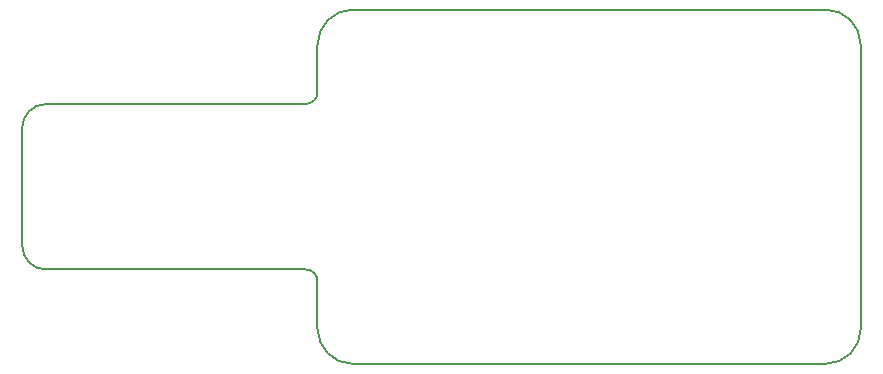
<source format=gm1>
G04 #@! TF.GenerationSoftware,KiCad,Pcbnew,7.0.9*
G04 #@! TF.CreationDate,2023-12-19T12:33:16+08:00*
G04 #@! TF.ProjectId,vnh5019,766e6835-3031-4392-9e6b-696361645f70,rev?*
G04 #@! TF.SameCoordinates,Original*
G04 #@! TF.FileFunction,Profile,NP*
%FSLAX46Y46*%
G04 Gerber Fmt 4.6, Leading zero omitted, Abs format (unit mm)*
G04 Created by KiCad (PCBNEW 7.0.9) date 2023-12-19 12:33:16*
%MOMM*%
%LPD*%
G01*
G04 APERTURE LIST*
G04 #@! TA.AperFunction,Profile*
%ADD10C,0.200000*%
G04 #@! TD*
G04 APERTURE END LIST*
D10*
X84000000Y-113000000D02*
G75*
G03*
X83000000Y-112000000I-1000000J0D01*
G01*
X127000000Y-90000000D02*
X87000000Y-90000000D01*
X130000000Y-117000000D02*
X130000000Y-93000000D01*
X59000000Y-110000000D02*
G75*
G03*
X61000000Y-112000000I2000000J0D01*
G01*
X84000000Y-113000000D02*
X84000000Y-117000000D01*
X84000000Y-93000000D02*
X84000000Y-97000000D01*
X83000000Y-98000000D02*
G75*
G03*
X84000000Y-97000000I0J1000000D01*
G01*
X130000000Y-93000000D02*
G75*
G03*
X127000000Y-90000000I-3000000J0D01*
G01*
X127000000Y-120000000D02*
G75*
G03*
X130000000Y-117000000I0J3000000D01*
G01*
X61000000Y-98000000D02*
G75*
G03*
X59000000Y-100000000I0J-2000000D01*
G01*
X83000000Y-98000000D02*
X61000000Y-98000000D01*
X87000000Y-120000000D02*
X127000000Y-120000000D01*
X84000000Y-117000000D02*
G75*
G03*
X87000000Y-120000000I3000000J0D01*
G01*
X59000000Y-100000000D02*
X59000000Y-110000000D01*
X61000000Y-112000000D02*
X83000000Y-112000000D01*
X87000000Y-90000000D02*
G75*
G03*
X84000000Y-93000000I0J-3000000D01*
G01*
M02*

</source>
